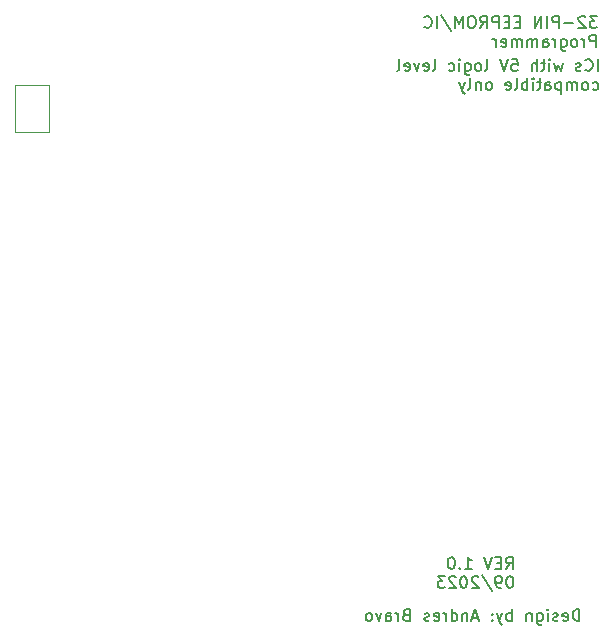
<source format=gbo>
G04 #@! TF.GenerationSoftware,KiCad,Pcbnew,7.0.7*
G04 #@! TF.CreationDate,2023-09-26T12:20:41-04:00*
G04 #@! TF.ProjectId,programmer,70726f67-7261-46d6-9d65-722e6b696361,rev?*
G04 #@! TF.SameCoordinates,Original*
G04 #@! TF.FileFunction,Legend,Bot*
G04 #@! TF.FilePolarity,Positive*
%FSLAX46Y46*%
G04 Gerber Fmt 4.6, Leading zero omitted, Abs format (unit mm)*
G04 Created by KiCad (PCBNEW 7.0.7) date 2023-09-26 12:20:41*
%MOMM*%
%LPD*%
G01*
G04 APERTURE LIST*
%ADD10C,0.150000*%
%ADD11C,0.100000*%
%ADD12C,0.900000*%
%ADD13C,0.600000*%
%ADD14O,1.000000X1.700000*%
%ADD15O,0.850000X1.700000*%
%ADD16C,0.800000*%
%ADD17C,6.400000*%
%ADD18R,1.700000X1.700000*%
%ADD19O,1.700000X1.700000*%
%ADD20R,2.000000X1.440000*%
%ADD21O,2.000000X1.440000*%
G04 APERTURE END LIST*
D10*
X170313220Y-127969819D02*
X170313220Y-126969819D01*
X170313220Y-126969819D02*
X170075125Y-126969819D01*
X170075125Y-126969819D02*
X169932268Y-127017438D01*
X169932268Y-127017438D02*
X169837030Y-127112676D01*
X169837030Y-127112676D02*
X169789411Y-127207914D01*
X169789411Y-127207914D02*
X169741792Y-127398390D01*
X169741792Y-127398390D02*
X169741792Y-127541247D01*
X169741792Y-127541247D02*
X169789411Y-127731723D01*
X169789411Y-127731723D02*
X169837030Y-127826961D01*
X169837030Y-127826961D02*
X169932268Y-127922200D01*
X169932268Y-127922200D02*
X170075125Y-127969819D01*
X170075125Y-127969819D02*
X170313220Y-127969819D01*
X168932268Y-127922200D02*
X169027506Y-127969819D01*
X169027506Y-127969819D02*
X169217982Y-127969819D01*
X169217982Y-127969819D02*
X169313220Y-127922200D01*
X169313220Y-127922200D02*
X169360839Y-127826961D01*
X169360839Y-127826961D02*
X169360839Y-127446009D01*
X169360839Y-127446009D02*
X169313220Y-127350771D01*
X169313220Y-127350771D02*
X169217982Y-127303152D01*
X169217982Y-127303152D02*
X169027506Y-127303152D01*
X169027506Y-127303152D02*
X168932268Y-127350771D01*
X168932268Y-127350771D02*
X168884649Y-127446009D01*
X168884649Y-127446009D02*
X168884649Y-127541247D01*
X168884649Y-127541247D02*
X169360839Y-127636485D01*
X168503696Y-127922200D02*
X168408458Y-127969819D01*
X168408458Y-127969819D02*
X168217982Y-127969819D01*
X168217982Y-127969819D02*
X168122744Y-127922200D01*
X168122744Y-127922200D02*
X168075125Y-127826961D01*
X168075125Y-127826961D02*
X168075125Y-127779342D01*
X168075125Y-127779342D02*
X168122744Y-127684104D01*
X168122744Y-127684104D02*
X168217982Y-127636485D01*
X168217982Y-127636485D02*
X168360839Y-127636485D01*
X168360839Y-127636485D02*
X168456077Y-127588866D01*
X168456077Y-127588866D02*
X168503696Y-127493628D01*
X168503696Y-127493628D02*
X168503696Y-127446009D01*
X168503696Y-127446009D02*
X168456077Y-127350771D01*
X168456077Y-127350771D02*
X168360839Y-127303152D01*
X168360839Y-127303152D02*
X168217982Y-127303152D01*
X168217982Y-127303152D02*
X168122744Y-127350771D01*
X167646553Y-127969819D02*
X167646553Y-127303152D01*
X167646553Y-126969819D02*
X167694172Y-127017438D01*
X167694172Y-127017438D02*
X167646553Y-127065057D01*
X167646553Y-127065057D02*
X167598934Y-127017438D01*
X167598934Y-127017438D02*
X167646553Y-126969819D01*
X167646553Y-126969819D02*
X167646553Y-127065057D01*
X166741792Y-127303152D02*
X166741792Y-128112676D01*
X166741792Y-128112676D02*
X166789411Y-128207914D01*
X166789411Y-128207914D02*
X166837030Y-128255533D01*
X166837030Y-128255533D02*
X166932268Y-128303152D01*
X166932268Y-128303152D02*
X167075125Y-128303152D01*
X167075125Y-128303152D02*
X167170363Y-128255533D01*
X166741792Y-127922200D02*
X166837030Y-127969819D01*
X166837030Y-127969819D02*
X167027506Y-127969819D01*
X167027506Y-127969819D02*
X167122744Y-127922200D01*
X167122744Y-127922200D02*
X167170363Y-127874580D01*
X167170363Y-127874580D02*
X167217982Y-127779342D01*
X167217982Y-127779342D02*
X167217982Y-127493628D01*
X167217982Y-127493628D02*
X167170363Y-127398390D01*
X167170363Y-127398390D02*
X167122744Y-127350771D01*
X167122744Y-127350771D02*
X167027506Y-127303152D01*
X167027506Y-127303152D02*
X166837030Y-127303152D01*
X166837030Y-127303152D02*
X166741792Y-127350771D01*
X166265601Y-127303152D02*
X166265601Y-127969819D01*
X166265601Y-127398390D02*
X166217982Y-127350771D01*
X166217982Y-127350771D02*
X166122744Y-127303152D01*
X166122744Y-127303152D02*
X165979887Y-127303152D01*
X165979887Y-127303152D02*
X165884649Y-127350771D01*
X165884649Y-127350771D02*
X165837030Y-127446009D01*
X165837030Y-127446009D02*
X165837030Y-127969819D01*
X164598934Y-127969819D02*
X164598934Y-126969819D01*
X164598934Y-127350771D02*
X164503696Y-127303152D01*
X164503696Y-127303152D02*
X164313220Y-127303152D01*
X164313220Y-127303152D02*
X164217982Y-127350771D01*
X164217982Y-127350771D02*
X164170363Y-127398390D01*
X164170363Y-127398390D02*
X164122744Y-127493628D01*
X164122744Y-127493628D02*
X164122744Y-127779342D01*
X164122744Y-127779342D02*
X164170363Y-127874580D01*
X164170363Y-127874580D02*
X164217982Y-127922200D01*
X164217982Y-127922200D02*
X164313220Y-127969819D01*
X164313220Y-127969819D02*
X164503696Y-127969819D01*
X164503696Y-127969819D02*
X164598934Y-127922200D01*
X163789410Y-127303152D02*
X163551315Y-127969819D01*
X163313220Y-127303152D02*
X163551315Y-127969819D01*
X163551315Y-127969819D02*
X163646553Y-128207914D01*
X163646553Y-128207914D02*
X163694172Y-128255533D01*
X163694172Y-128255533D02*
X163789410Y-128303152D01*
X162932267Y-127874580D02*
X162884648Y-127922200D01*
X162884648Y-127922200D02*
X162932267Y-127969819D01*
X162932267Y-127969819D02*
X162979886Y-127922200D01*
X162979886Y-127922200D02*
X162932267Y-127874580D01*
X162932267Y-127874580D02*
X162932267Y-127969819D01*
X162932267Y-127350771D02*
X162884648Y-127398390D01*
X162884648Y-127398390D02*
X162932267Y-127446009D01*
X162932267Y-127446009D02*
X162979886Y-127398390D01*
X162979886Y-127398390D02*
X162932267Y-127350771D01*
X162932267Y-127350771D02*
X162932267Y-127446009D01*
X161741791Y-127684104D02*
X161265601Y-127684104D01*
X161837029Y-127969819D02*
X161503696Y-126969819D01*
X161503696Y-126969819D02*
X161170363Y-127969819D01*
X160837029Y-127303152D02*
X160837029Y-127969819D01*
X160837029Y-127398390D02*
X160789410Y-127350771D01*
X160789410Y-127350771D02*
X160694172Y-127303152D01*
X160694172Y-127303152D02*
X160551315Y-127303152D01*
X160551315Y-127303152D02*
X160456077Y-127350771D01*
X160456077Y-127350771D02*
X160408458Y-127446009D01*
X160408458Y-127446009D02*
X160408458Y-127969819D01*
X159503696Y-127969819D02*
X159503696Y-126969819D01*
X159503696Y-127922200D02*
X159598934Y-127969819D01*
X159598934Y-127969819D02*
X159789410Y-127969819D01*
X159789410Y-127969819D02*
X159884648Y-127922200D01*
X159884648Y-127922200D02*
X159932267Y-127874580D01*
X159932267Y-127874580D02*
X159979886Y-127779342D01*
X159979886Y-127779342D02*
X159979886Y-127493628D01*
X159979886Y-127493628D02*
X159932267Y-127398390D01*
X159932267Y-127398390D02*
X159884648Y-127350771D01*
X159884648Y-127350771D02*
X159789410Y-127303152D01*
X159789410Y-127303152D02*
X159598934Y-127303152D01*
X159598934Y-127303152D02*
X159503696Y-127350771D01*
X159027505Y-127969819D02*
X159027505Y-127303152D01*
X159027505Y-127493628D02*
X158979886Y-127398390D01*
X158979886Y-127398390D02*
X158932267Y-127350771D01*
X158932267Y-127350771D02*
X158837029Y-127303152D01*
X158837029Y-127303152D02*
X158741791Y-127303152D01*
X158027505Y-127922200D02*
X158122743Y-127969819D01*
X158122743Y-127969819D02*
X158313219Y-127969819D01*
X158313219Y-127969819D02*
X158408457Y-127922200D01*
X158408457Y-127922200D02*
X158456076Y-127826961D01*
X158456076Y-127826961D02*
X158456076Y-127446009D01*
X158456076Y-127446009D02*
X158408457Y-127350771D01*
X158408457Y-127350771D02*
X158313219Y-127303152D01*
X158313219Y-127303152D02*
X158122743Y-127303152D01*
X158122743Y-127303152D02*
X158027505Y-127350771D01*
X158027505Y-127350771D02*
X157979886Y-127446009D01*
X157979886Y-127446009D02*
X157979886Y-127541247D01*
X157979886Y-127541247D02*
X158456076Y-127636485D01*
X157598933Y-127922200D02*
X157503695Y-127969819D01*
X157503695Y-127969819D02*
X157313219Y-127969819D01*
X157313219Y-127969819D02*
X157217981Y-127922200D01*
X157217981Y-127922200D02*
X157170362Y-127826961D01*
X157170362Y-127826961D02*
X157170362Y-127779342D01*
X157170362Y-127779342D02*
X157217981Y-127684104D01*
X157217981Y-127684104D02*
X157313219Y-127636485D01*
X157313219Y-127636485D02*
X157456076Y-127636485D01*
X157456076Y-127636485D02*
X157551314Y-127588866D01*
X157551314Y-127588866D02*
X157598933Y-127493628D01*
X157598933Y-127493628D02*
X157598933Y-127446009D01*
X157598933Y-127446009D02*
X157551314Y-127350771D01*
X157551314Y-127350771D02*
X157456076Y-127303152D01*
X157456076Y-127303152D02*
X157313219Y-127303152D01*
X157313219Y-127303152D02*
X157217981Y-127350771D01*
X155646552Y-127446009D02*
X155503695Y-127493628D01*
X155503695Y-127493628D02*
X155456076Y-127541247D01*
X155456076Y-127541247D02*
X155408457Y-127636485D01*
X155408457Y-127636485D02*
X155408457Y-127779342D01*
X155408457Y-127779342D02*
X155456076Y-127874580D01*
X155456076Y-127874580D02*
X155503695Y-127922200D01*
X155503695Y-127922200D02*
X155598933Y-127969819D01*
X155598933Y-127969819D02*
X155979885Y-127969819D01*
X155979885Y-127969819D02*
X155979885Y-126969819D01*
X155979885Y-126969819D02*
X155646552Y-126969819D01*
X155646552Y-126969819D02*
X155551314Y-127017438D01*
X155551314Y-127017438D02*
X155503695Y-127065057D01*
X155503695Y-127065057D02*
X155456076Y-127160295D01*
X155456076Y-127160295D02*
X155456076Y-127255533D01*
X155456076Y-127255533D02*
X155503695Y-127350771D01*
X155503695Y-127350771D02*
X155551314Y-127398390D01*
X155551314Y-127398390D02*
X155646552Y-127446009D01*
X155646552Y-127446009D02*
X155979885Y-127446009D01*
X154979885Y-127969819D02*
X154979885Y-127303152D01*
X154979885Y-127493628D02*
X154932266Y-127398390D01*
X154932266Y-127398390D02*
X154884647Y-127350771D01*
X154884647Y-127350771D02*
X154789409Y-127303152D01*
X154789409Y-127303152D02*
X154694171Y-127303152D01*
X153932266Y-127969819D02*
X153932266Y-127446009D01*
X153932266Y-127446009D02*
X153979885Y-127350771D01*
X153979885Y-127350771D02*
X154075123Y-127303152D01*
X154075123Y-127303152D02*
X154265599Y-127303152D01*
X154265599Y-127303152D02*
X154360837Y-127350771D01*
X153932266Y-127922200D02*
X154027504Y-127969819D01*
X154027504Y-127969819D02*
X154265599Y-127969819D01*
X154265599Y-127969819D02*
X154360837Y-127922200D01*
X154360837Y-127922200D02*
X154408456Y-127826961D01*
X154408456Y-127826961D02*
X154408456Y-127731723D01*
X154408456Y-127731723D02*
X154360837Y-127636485D01*
X154360837Y-127636485D02*
X154265599Y-127588866D01*
X154265599Y-127588866D02*
X154027504Y-127588866D01*
X154027504Y-127588866D02*
X153932266Y-127541247D01*
X153551313Y-127303152D02*
X153313218Y-127969819D01*
X153313218Y-127969819D02*
X153075123Y-127303152D01*
X152551313Y-127969819D02*
X152646551Y-127922200D01*
X152646551Y-127922200D02*
X152694170Y-127874580D01*
X152694170Y-127874580D02*
X152741789Y-127779342D01*
X152741789Y-127779342D02*
X152741789Y-127493628D01*
X152741789Y-127493628D02*
X152694170Y-127398390D01*
X152694170Y-127398390D02*
X152646551Y-127350771D01*
X152646551Y-127350771D02*
X152551313Y-127303152D01*
X152551313Y-127303152D02*
X152408456Y-127303152D01*
X152408456Y-127303152D02*
X152313218Y-127350771D01*
X152313218Y-127350771D02*
X152265599Y-127398390D01*
X152265599Y-127398390D02*
X152217980Y-127493628D01*
X152217980Y-127493628D02*
X152217980Y-127779342D01*
X152217980Y-127779342D02*
X152265599Y-127874580D01*
X152265599Y-127874580D02*
X152313218Y-127922200D01*
X152313218Y-127922200D02*
X152408456Y-127969819D01*
X152408456Y-127969819D02*
X152551313Y-127969819D01*
X164091792Y-123559819D02*
X164425125Y-123083628D01*
X164663220Y-123559819D02*
X164663220Y-122559819D01*
X164663220Y-122559819D02*
X164282268Y-122559819D01*
X164282268Y-122559819D02*
X164187030Y-122607438D01*
X164187030Y-122607438D02*
X164139411Y-122655057D01*
X164139411Y-122655057D02*
X164091792Y-122750295D01*
X164091792Y-122750295D02*
X164091792Y-122893152D01*
X164091792Y-122893152D02*
X164139411Y-122988390D01*
X164139411Y-122988390D02*
X164187030Y-123036009D01*
X164187030Y-123036009D02*
X164282268Y-123083628D01*
X164282268Y-123083628D02*
X164663220Y-123083628D01*
X163663220Y-123036009D02*
X163329887Y-123036009D01*
X163187030Y-123559819D02*
X163663220Y-123559819D01*
X163663220Y-123559819D02*
X163663220Y-122559819D01*
X163663220Y-122559819D02*
X163187030Y-122559819D01*
X162901315Y-122559819D02*
X162567982Y-123559819D01*
X162567982Y-123559819D02*
X162234649Y-122559819D01*
X160615601Y-123559819D02*
X161187029Y-123559819D01*
X160901315Y-123559819D02*
X160901315Y-122559819D01*
X160901315Y-122559819D02*
X160996553Y-122702676D01*
X160996553Y-122702676D02*
X161091791Y-122797914D01*
X161091791Y-122797914D02*
X161187029Y-122845533D01*
X160187029Y-123464580D02*
X160139410Y-123512200D01*
X160139410Y-123512200D02*
X160187029Y-123559819D01*
X160187029Y-123559819D02*
X160234648Y-123512200D01*
X160234648Y-123512200D02*
X160187029Y-123464580D01*
X160187029Y-123464580D02*
X160187029Y-123559819D01*
X159520363Y-122559819D02*
X159425125Y-122559819D01*
X159425125Y-122559819D02*
X159329887Y-122607438D01*
X159329887Y-122607438D02*
X159282268Y-122655057D01*
X159282268Y-122655057D02*
X159234649Y-122750295D01*
X159234649Y-122750295D02*
X159187030Y-122940771D01*
X159187030Y-122940771D02*
X159187030Y-123178866D01*
X159187030Y-123178866D02*
X159234649Y-123369342D01*
X159234649Y-123369342D02*
X159282268Y-123464580D01*
X159282268Y-123464580D02*
X159329887Y-123512200D01*
X159329887Y-123512200D02*
X159425125Y-123559819D01*
X159425125Y-123559819D02*
X159520363Y-123559819D01*
X159520363Y-123559819D02*
X159615601Y-123512200D01*
X159615601Y-123512200D02*
X159663220Y-123464580D01*
X159663220Y-123464580D02*
X159710839Y-123369342D01*
X159710839Y-123369342D02*
X159758458Y-123178866D01*
X159758458Y-123178866D02*
X159758458Y-122940771D01*
X159758458Y-122940771D02*
X159710839Y-122750295D01*
X159710839Y-122750295D02*
X159663220Y-122655057D01*
X159663220Y-122655057D02*
X159615601Y-122607438D01*
X159615601Y-122607438D02*
X159520363Y-122559819D01*
X164472744Y-124169819D02*
X164377506Y-124169819D01*
X164377506Y-124169819D02*
X164282268Y-124217438D01*
X164282268Y-124217438D02*
X164234649Y-124265057D01*
X164234649Y-124265057D02*
X164187030Y-124360295D01*
X164187030Y-124360295D02*
X164139411Y-124550771D01*
X164139411Y-124550771D02*
X164139411Y-124788866D01*
X164139411Y-124788866D02*
X164187030Y-124979342D01*
X164187030Y-124979342D02*
X164234649Y-125074580D01*
X164234649Y-125074580D02*
X164282268Y-125122200D01*
X164282268Y-125122200D02*
X164377506Y-125169819D01*
X164377506Y-125169819D02*
X164472744Y-125169819D01*
X164472744Y-125169819D02*
X164567982Y-125122200D01*
X164567982Y-125122200D02*
X164615601Y-125074580D01*
X164615601Y-125074580D02*
X164663220Y-124979342D01*
X164663220Y-124979342D02*
X164710839Y-124788866D01*
X164710839Y-124788866D02*
X164710839Y-124550771D01*
X164710839Y-124550771D02*
X164663220Y-124360295D01*
X164663220Y-124360295D02*
X164615601Y-124265057D01*
X164615601Y-124265057D02*
X164567982Y-124217438D01*
X164567982Y-124217438D02*
X164472744Y-124169819D01*
X163663220Y-125169819D02*
X163472744Y-125169819D01*
X163472744Y-125169819D02*
X163377506Y-125122200D01*
X163377506Y-125122200D02*
X163329887Y-125074580D01*
X163329887Y-125074580D02*
X163234649Y-124931723D01*
X163234649Y-124931723D02*
X163187030Y-124741247D01*
X163187030Y-124741247D02*
X163187030Y-124360295D01*
X163187030Y-124360295D02*
X163234649Y-124265057D01*
X163234649Y-124265057D02*
X163282268Y-124217438D01*
X163282268Y-124217438D02*
X163377506Y-124169819D01*
X163377506Y-124169819D02*
X163567982Y-124169819D01*
X163567982Y-124169819D02*
X163663220Y-124217438D01*
X163663220Y-124217438D02*
X163710839Y-124265057D01*
X163710839Y-124265057D02*
X163758458Y-124360295D01*
X163758458Y-124360295D02*
X163758458Y-124598390D01*
X163758458Y-124598390D02*
X163710839Y-124693628D01*
X163710839Y-124693628D02*
X163663220Y-124741247D01*
X163663220Y-124741247D02*
X163567982Y-124788866D01*
X163567982Y-124788866D02*
X163377506Y-124788866D01*
X163377506Y-124788866D02*
X163282268Y-124741247D01*
X163282268Y-124741247D02*
X163234649Y-124693628D01*
X163234649Y-124693628D02*
X163187030Y-124598390D01*
X162044173Y-124122200D02*
X162901315Y-125407914D01*
X161758458Y-124265057D02*
X161710839Y-124217438D01*
X161710839Y-124217438D02*
X161615601Y-124169819D01*
X161615601Y-124169819D02*
X161377506Y-124169819D01*
X161377506Y-124169819D02*
X161282268Y-124217438D01*
X161282268Y-124217438D02*
X161234649Y-124265057D01*
X161234649Y-124265057D02*
X161187030Y-124360295D01*
X161187030Y-124360295D02*
X161187030Y-124455533D01*
X161187030Y-124455533D02*
X161234649Y-124598390D01*
X161234649Y-124598390D02*
X161806077Y-125169819D01*
X161806077Y-125169819D02*
X161187030Y-125169819D01*
X160567982Y-124169819D02*
X160472744Y-124169819D01*
X160472744Y-124169819D02*
X160377506Y-124217438D01*
X160377506Y-124217438D02*
X160329887Y-124265057D01*
X160329887Y-124265057D02*
X160282268Y-124360295D01*
X160282268Y-124360295D02*
X160234649Y-124550771D01*
X160234649Y-124550771D02*
X160234649Y-124788866D01*
X160234649Y-124788866D02*
X160282268Y-124979342D01*
X160282268Y-124979342D02*
X160329887Y-125074580D01*
X160329887Y-125074580D02*
X160377506Y-125122200D01*
X160377506Y-125122200D02*
X160472744Y-125169819D01*
X160472744Y-125169819D02*
X160567982Y-125169819D01*
X160567982Y-125169819D02*
X160663220Y-125122200D01*
X160663220Y-125122200D02*
X160710839Y-125074580D01*
X160710839Y-125074580D02*
X160758458Y-124979342D01*
X160758458Y-124979342D02*
X160806077Y-124788866D01*
X160806077Y-124788866D02*
X160806077Y-124550771D01*
X160806077Y-124550771D02*
X160758458Y-124360295D01*
X160758458Y-124360295D02*
X160710839Y-124265057D01*
X160710839Y-124265057D02*
X160663220Y-124217438D01*
X160663220Y-124217438D02*
X160567982Y-124169819D01*
X159853696Y-124265057D02*
X159806077Y-124217438D01*
X159806077Y-124217438D02*
X159710839Y-124169819D01*
X159710839Y-124169819D02*
X159472744Y-124169819D01*
X159472744Y-124169819D02*
X159377506Y-124217438D01*
X159377506Y-124217438D02*
X159329887Y-124265057D01*
X159329887Y-124265057D02*
X159282268Y-124360295D01*
X159282268Y-124360295D02*
X159282268Y-124455533D01*
X159282268Y-124455533D02*
X159329887Y-124598390D01*
X159329887Y-124598390D02*
X159901315Y-125169819D01*
X159901315Y-125169819D02*
X159282268Y-125169819D01*
X158948934Y-124169819D02*
X158329887Y-124169819D01*
X158329887Y-124169819D02*
X158663220Y-124550771D01*
X158663220Y-124550771D02*
X158520363Y-124550771D01*
X158520363Y-124550771D02*
X158425125Y-124598390D01*
X158425125Y-124598390D02*
X158377506Y-124646009D01*
X158377506Y-124646009D02*
X158329887Y-124741247D01*
X158329887Y-124741247D02*
X158329887Y-124979342D01*
X158329887Y-124979342D02*
X158377506Y-125074580D01*
X158377506Y-125074580D02*
X158425125Y-125122200D01*
X158425125Y-125122200D02*
X158520363Y-125169819D01*
X158520363Y-125169819D02*
X158806077Y-125169819D01*
X158806077Y-125169819D02*
X158901315Y-125122200D01*
X158901315Y-125122200D02*
X158948934Y-125074580D01*
X171863220Y-81409819D02*
X171863220Y-80409819D01*
X170815602Y-81314580D02*
X170863221Y-81362200D01*
X170863221Y-81362200D02*
X171006078Y-81409819D01*
X171006078Y-81409819D02*
X171101316Y-81409819D01*
X171101316Y-81409819D02*
X171244173Y-81362200D01*
X171244173Y-81362200D02*
X171339411Y-81266961D01*
X171339411Y-81266961D02*
X171387030Y-81171723D01*
X171387030Y-81171723D02*
X171434649Y-80981247D01*
X171434649Y-80981247D02*
X171434649Y-80838390D01*
X171434649Y-80838390D02*
X171387030Y-80647914D01*
X171387030Y-80647914D02*
X171339411Y-80552676D01*
X171339411Y-80552676D02*
X171244173Y-80457438D01*
X171244173Y-80457438D02*
X171101316Y-80409819D01*
X171101316Y-80409819D02*
X171006078Y-80409819D01*
X171006078Y-80409819D02*
X170863221Y-80457438D01*
X170863221Y-80457438D02*
X170815602Y-80505057D01*
X170434649Y-81362200D02*
X170339411Y-81409819D01*
X170339411Y-81409819D02*
X170148935Y-81409819D01*
X170148935Y-81409819D02*
X170053697Y-81362200D01*
X170053697Y-81362200D02*
X170006078Y-81266961D01*
X170006078Y-81266961D02*
X170006078Y-81219342D01*
X170006078Y-81219342D02*
X170053697Y-81124104D01*
X170053697Y-81124104D02*
X170148935Y-81076485D01*
X170148935Y-81076485D02*
X170291792Y-81076485D01*
X170291792Y-81076485D02*
X170387030Y-81028866D01*
X170387030Y-81028866D02*
X170434649Y-80933628D01*
X170434649Y-80933628D02*
X170434649Y-80886009D01*
X170434649Y-80886009D02*
X170387030Y-80790771D01*
X170387030Y-80790771D02*
X170291792Y-80743152D01*
X170291792Y-80743152D02*
X170148935Y-80743152D01*
X170148935Y-80743152D02*
X170053697Y-80790771D01*
X168910839Y-80743152D02*
X168720363Y-81409819D01*
X168720363Y-81409819D02*
X168529887Y-80933628D01*
X168529887Y-80933628D02*
X168339411Y-81409819D01*
X168339411Y-81409819D02*
X168148935Y-80743152D01*
X167767982Y-81409819D02*
X167767982Y-80743152D01*
X167767982Y-80409819D02*
X167815601Y-80457438D01*
X167815601Y-80457438D02*
X167767982Y-80505057D01*
X167767982Y-80505057D02*
X167720363Y-80457438D01*
X167720363Y-80457438D02*
X167767982Y-80409819D01*
X167767982Y-80409819D02*
X167767982Y-80505057D01*
X167434649Y-80743152D02*
X167053697Y-80743152D01*
X167291792Y-80409819D02*
X167291792Y-81266961D01*
X167291792Y-81266961D02*
X167244173Y-81362200D01*
X167244173Y-81362200D02*
X167148935Y-81409819D01*
X167148935Y-81409819D02*
X167053697Y-81409819D01*
X166720363Y-81409819D02*
X166720363Y-80409819D01*
X166291792Y-81409819D02*
X166291792Y-80886009D01*
X166291792Y-80886009D02*
X166339411Y-80790771D01*
X166339411Y-80790771D02*
X166434649Y-80743152D01*
X166434649Y-80743152D02*
X166577506Y-80743152D01*
X166577506Y-80743152D02*
X166672744Y-80790771D01*
X166672744Y-80790771D02*
X166720363Y-80838390D01*
X164577506Y-80409819D02*
X165053696Y-80409819D01*
X165053696Y-80409819D02*
X165101315Y-80886009D01*
X165101315Y-80886009D02*
X165053696Y-80838390D01*
X165053696Y-80838390D02*
X164958458Y-80790771D01*
X164958458Y-80790771D02*
X164720363Y-80790771D01*
X164720363Y-80790771D02*
X164625125Y-80838390D01*
X164625125Y-80838390D02*
X164577506Y-80886009D01*
X164577506Y-80886009D02*
X164529887Y-80981247D01*
X164529887Y-80981247D02*
X164529887Y-81219342D01*
X164529887Y-81219342D02*
X164577506Y-81314580D01*
X164577506Y-81314580D02*
X164625125Y-81362200D01*
X164625125Y-81362200D02*
X164720363Y-81409819D01*
X164720363Y-81409819D02*
X164958458Y-81409819D01*
X164958458Y-81409819D02*
X165053696Y-81362200D01*
X165053696Y-81362200D02*
X165101315Y-81314580D01*
X164244172Y-80409819D02*
X163910839Y-81409819D01*
X163910839Y-81409819D02*
X163577506Y-80409819D01*
X162339410Y-81409819D02*
X162434648Y-81362200D01*
X162434648Y-81362200D02*
X162482267Y-81266961D01*
X162482267Y-81266961D02*
X162482267Y-80409819D01*
X161815600Y-81409819D02*
X161910838Y-81362200D01*
X161910838Y-81362200D02*
X161958457Y-81314580D01*
X161958457Y-81314580D02*
X162006076Y-81219342D01*
X162006076Y-81219342D02*
X162006076Y-80933628D01*
X162006076Y-80933628D02*
X161958457Y-80838390D01*
X161958457Y-80838390D02*
X161910838Y-80790771D01*
X161910838Y-80790771D02*
X161815600Y-80743152D01*
X161815600Y-80743152D02*
X161672743Y-80743152D01*
X161672743Y-80743152D02*
X161577505Y-80790771D01*
X161577505Y-80790771D02*
X161529886Y-80838390D01*
X161529886Y-80838390D02*
X161482267Y-80933628D01*
X161482267Y-80933628D02*
X161482267Y-81219342D01*
X161482267Y-81219342D02*
X161529886Y-81314580D01*
X161529886Y-81314580D02*
X161577505Y-81362200D01*
X161577505Y-81362200D02*
X161672743Y-81409819D01*
X161672743Y-81409819D02*
X161815600Y-81409819D01*
X160625124Y-80743152D02*
X160625124Y-81552676D01*
X160625124Y-81552676D02*
X160672743Y-81647914D01*
X160672743Y-81647914D02*
X160720362Y-81695533D01*
X160720362Y-81695533D02*
X160815600Y-81743152D01*
X160815600Y-81743152D02*
X160958457Y-81743152D01*
X160958457Y-81743152D02*
X161053695Y-81695533D01*
X160625124Y-81362200D02*
X160720362Y-81409819D01*
X160720362Y-81409819D02*
X160910838Y-81409819D01*
X160910838Y-81409819D02*
X161006076Y-81362200D01*
X161006076Y-81362200D02*
X161053695Y-81314580D01*
X161053695Y-81314580D02*
X161101314Y-81219342D01*
X161101314Y-81219342D02*
X161101314Y-80933628D01*
X161101314Y-80933628D02*
X161053695Y-80838390D01*
X161053695Y-80838390D02*
X161006076Y-80790771D01*
X161006076Y-80790771D02*
X160910838Y-80743152D01*
X160910838Y-80743152D02*
X160720362Y-80743152D01*
X160720362Y-80743152D02*
X160625124Y-80790771D01*
X160148933Y-81409819D02*
X160148933Y-80743152D01*
X160148933Y-80409819D02*
X160196552Y-80457438D01*
X160196552Y-80457438D02*
X160148933Y-80505057D01*
X160148933Y-80505057D02*
X160101314Y-80457438D01*
X160101314Y-80457438D02*
X160148933Y-80409819D01*
X160148933Y-80409819D02*
X160148933Y-80505057D01*
X159244172Y-81362200D02*
X159339410Y-81409819D01*
X159339410Y-81409819D02*
X159529886Y-81409819D01*
X159529886Y-81409819D02*
X159625124Y-81362200D01*
X159625124Y-81362200D02*
X159672743Y-81314580D01*
X159672743Y-81314580D02*
X159720362Y-81219342D01*
X159720362Y-81219342D02*
X159720362Y-80933628D01*
X159720362Y-80933628D02*
X159672743Y-80838390D01*
X159672743Y-80838390D02*
X159625124Y-80790771D01*
X159625124Y-80790771D02*
X159529886Y-80743152D01*
X159529886Y-80743152D02*
X159339410Y-80743152D01*
X159339410Y-80743152D02*
X159244172Y-80790771D01*
X157910838Y-81409819D02*
X158006076Y-81362200D01*
X158006076Y-81362200D02*
X158053695Y-81266961D01*
X158053695Y-81266961D02*
X158053695Y-80409819D01*
X157148933Y-81362200D02*
X157244171Y-81409819D01*
X157244171Y-81409819D02*
X157434647Y-81409819D01*
X157434647Y-81409819D02*
X157529885Y-81362200D01*
X157529885Y-81362200D02*
X157577504Y-81266961D01*
X157577504Y-81266961D02*
X157577504Y-80886009D01*
X157577504Y-80886009D02*
X157529885Y-80790771D01*
X157529885Y-80790771D02*
X157434647Y-80743152D01*
X157434647Y-80743152D02*
X157244171Y-80743152D01*
X157244171Y-80743152D02*
X157148933Y-80790771D01*
X157148933Y-80790771D02*
X157101314Y-80886009D01*
X157101314Y-80886009D02*
X157101314Y-80981247D01*
X157101314Y-80981247D02*
X157577504Y-81076485D01*
X156767980Y-80743152D02*
X156529885Y-81409819D01*
X156529885Y-81409819D02*
X156291790Y-80743152D01*
X155529885Y-81362200D02*
X155625123Y-81409819D01*
X155625123Y-81409819D02*
X155815599Y-81409819D01*
X155815599Y-81409819D02*
X155910837Y-81362200D01*
X155910837Y-81362200D02*
X155958456Y-81266961D01*
X155958456Y-81266961D02*
X155958456Y-80886009D01*
X155958456Y-80886009D02*
X155910837Y-80790771D01*
X155910837Y-80790771D02*
X155815599Y-80743152D01*
X155815599Y-80743152D02*
X155625123Y-80743152D01*
X155625123Y-80743152D02*
X155529885Y-80790771D01*
X155529885Y-80790771D02*
X155482266Y-80886009D01*
X155482266Y-80886009D02*
X155482266Y-80981247D01*
X155482266Y-80981247D02*
X155958456Y-81076485D01*
X154910837Y-81409819D02*
X155006075Y-81362200D01*
X155006075Y-81362200D02*
X155053694Y-81266961D01*
X155053694Y-81266961D02*
X155053694Y-80409819D01*
X171434649Y-82972200D02*
X171529887Y-83019819D01*
X171529887Y-83019819D02*
X171720363Y-83019819D01*
X171720363Y-83019819D02*
X171815601Y-82972200D01*
X171815601Y-82972200D02*
X171863220Y-82924580D01*
X171863220Y-82924580D02*
X171910839Y-82829342D01*
X171910839Y-82829342D02*
X171910839Y-82543628D01*
X171910839Y-82543628D02*
X171863220Y-82448390D01*
X171863220Y-82448390D02*
X171815601Y-82400771D01*
X171815601Y-82400771D02*
X171720363Y-82353152D01*
X171720363Y-82353152D02*
X171529887Y-82353152D01*
X171529887Y-82353152D02*
X171434649Y-82400771D01*
X170863220Y-83019819D02*
X170958458Y-82972200D01*
X170958458Y-82972200D02*
X171006077Y-82924580D01*
X171006077Y-82924580D02*
X171053696Y-82829342D01*
X171053696Y-82829342D02*
X171053696Y-82543628D01*
X171053696Y-82543628D02*
X171006077Y-82448390D01*
X171006077Y-82448390D02*
X170958458Y-82400771D01*
X170958458Y-82400771D02*
X170863220Y-82353152D01*
X170863220Y-82353152D02*
X170720363Y-82353152D01*
X170720363Y-82353152D02*
X170625125Y-82400771D01*
X170625125Y-82400771D02*
X170577506Y-82448390D01*
X170577506Y-82448390D02*
X170529887Y-82543628D01*
X170529887Y-82543628D02*
X170529887Y-82829342D01*
X170529887Y-82829342D02*
X170577506Y-82924580D01*
X170577506Y-82924580D02*
X170625125Y-82972200D01*
X170625125Y-82972200D02*
X170720363Y-83019819D01*
X170720363Y-83019819D02*
X170863220Y-83019819D01*
X170101315Y-83019819D02*
X170101315Y-82353152D01*
X170101315Y-82448390D02*
X170053696Y-82400771D01*
X170053696Y-82400771D02*
X169958458Y-82353152D01*
X169958458Y-82353152D02*
X169815601Y-82353152D01*
X169815601Y-82353152D02*
X169720363Y-82400771D01*
X169720363Y-82400771D02*
X169672744Y-82496009D01*
X169672744Y-82496009D02*
X169672744Y-83019819D01*
X169672744Y-82496009D02*
X169625125Y-82400771D01*
X169625125Y-82400771D02*
X169529887Y-82353152D01*
X169529887Y-82353152D02*
X169387030Y-82353152D01*
X169387030Y-82353152D02*
X169291791Y-82400771D01*
X169291791Y-82400771D02*
X169244172Y-82496009D01*
X169244172Y-82496009D02*
X169244172Y-83019819D01*
X168767982Y-82353152D02*
X168767982Y-83353152D01*
X168767982Y-82400771D02*
X168672744Y-82353152D01*
X168672744Y-82353152D02*
X168482268Y-82353152D01*
X168482268Y-82353152D02*
X168387030Y-82400771D01*
X168387030Y-82400771D02*
X168339411Y-82448390D01*
X168339411Y-82448390D02*
X168291792Y-82543628D01*
X168291792Y-82543628D02*
X168291792Y-82829342D01*
X168291792Y-82829342D02*
X168339411Y-82924580D01*
X168339411Y-82924580D02*
X168387030Y-82972200D01*
X168387030Y-82972200D02*
X168482268Y-83019819D01*
X168482268Y-83019819D02*
X168672744Y-83019819D01*
X168672744Y-83019819D02*
X168767982Y-82972200D01*
X167434649Y-83019819D02*
X167434649Y-82496009D01*
X167434649Y-82496009D02*
X167482268Y-82400771D01*
X167482268Y-82400771D02*
X167577506Y-82353152D01*
X167577506Y-82353152D02*
X167767982Y-82353152D01*
X167767982Y-82353152D02*
X167863220Y-82400771D01*
X167434649Y-82972200D02*
X167529887Y-83019819D01*
X167529887Y-83019819D02*
X167767982Y-83019819D01*
X167767982Y-83019819D02*
X167863220Y-82972200D01*
X167863220Y-82972200D02*
X167910839Y-82876961D01*
X167910839Y-82876961D02*
X167910839Y-82781723D01*
X167910839Y-82781723D02*
X167863220Y-82686485D01*
X167863220Y-82686485D02*
X167767982Y-82638866D01*
X167767982Y-82638866D02*
X167529887Y-82638866D01*
X167529887Y-82638866D02*
X167434649Y-82591247D01*
X167101315Y-82353152D02*
X166720363Y-82353152D01*
X166958458Y-82019819D02*
X166958458Y-82876961D01*
X166958458Y-82876961D02*
X166910839Y-82972200D01*
X166910839Y-82972200D02*
X166815601Y-83019819D01*
X166815601Y-83019819D02*
X166720363Y-83019819D01*
X166387029Y-83019819D02*
X166387029Y-82353152D01*
X166387029Y-82019819D02*
X166434648Y-82067438D01*
X166434648Y-82067438D02*
X166387029Y-82115057D01*
X166387029Y-82115057D02*
X166339410Y-82067438D01*
X166339410Y-82067438D02*
X166387029Y-82019819D01*
X166387029Y-82019819D02*
X166387029Y-82115057D01*
X165910839Y-83019819D02*
X165910839Y-82019819D01*
X165910839Y-82400771D02*
X165815601Y-82353152D01*
X165815601Y-82353152D02*
X165625125Y-82353152D01*
X165625125Y-82353152D02*
X165529887Y-82400771D01*
X165529887Y-82400771D02*
X165482268Y-82448390D01*
X165482268Y-82448390D02*
X165434649Y-82543628D01*
X165434649Y-82543628D02*
X165434649Y-82829342D01*
X165434649Y-82829342D02*
X165482268Y-82924580D01*
X165482268Y-82924580D02*
X165529887Y-82972200D01*
X165529887Y-82972200D02*
X165625125Y-83019819D01*
X165625125Y-83019819D02*
X165815601Y-83019819D01*
X165815601Y-83019819D02*
X165910839Y-82972200D01*
X164863220Y-83019819D02*
X164958458Y-82972200D01*
X164958458Y-82972200D02*
X165006077Y-82876961D01*
X165006077Y-82876961D02*
X165006077Y-82019819D01*
X164101315Y-82972200D02*
X164196553Y-83019819D01*
X164196553Y-83019819D02*
X164387029Y-83019819D01*
X164387029Y-83019819D02*
X164482267Y-82972200D01*
X164482267Y-82972200D02*
X164529886Y-82876961D01*
X164529886Y-82876961D02*
X164529886Y-82496009D01*
X164529886Y-82496009D02*
X164482267Y-82400771D01*
X164482267Y-82400771D02*
X164387029Y-82353152D01*
X164387029Y-82353152D02*
X164196553Y-82353152D01*
X164196553Y-82353152D02*
X164101315Y-82400771D01*
X164101315Y-82400771D02*
X164053696Y-82496009D01*
X164053696Y-82496009D02*
X164053696Y-82591247D01*
X164053696Y-82591247D02*
X164529886Y-82686485D01*
X162720362Y-83019819D02*
X162815600Y-82972200D01*
X162815600Y-82972200D02*
X162863219Y-82924580D01*
X162863219Y-82924580D02*
X162910838Y-82829342D01*
X162910838Y-82829342D02*
X162910838Y-82543628D01*
X162910838Y-82543628D02*
X162863219Y-82448390D01*
X162863219Y-82448390D02*
X162815600Y-82400771D01*
X162815600Y-82400771D02*
X162720362Y-82353152D01*
X162720362Y-82353152D02*
X162577505Y-82353152D01*
X162577505Y-82353152D02*
X162482267Y-82400771D01*
X162482267Y-82400771D02*
X162434648Y-82448390D01*
X162434648Y-82448390D02*
X162387029Y-82543628D01*
X162387029Y-82543628D02*
X162387029Y-82829342D01*
X162387029Y-82829342D02*
X162434648Y-82924580D01*
X162434648Y-82924580D02*
X162482267Y-82972200D01*
X162482267Y-82972200D02*
X162577505Y-83019819D01*
X162577505Y-83019819D02*
X162720362Y-83019819D01*
X161958457Y-82353152D02*
X161958457Y-83019819D01*
X161958457Y-82448390D02*
X161910838Y-82400771D01*
X161910838Y-82400771D02*
X161815600Y-82353152D01*
X161815600Y-82353152D02*
X161672743Y-82353152D01*
X161672743Y-82353152D02*
X161577505Y-82400771D01*
X161577505Y-82400771D02*
X161529886Y-82496009D01*
X161529886Y-82496009D02*
X161529886Y-83019819D01*
X160910838Y-83019819D02*
X161006076Y-82972200D01*
X161006076Y-82972200D02*
X161053695Y-82876961D01*
X161053695Y-82876961D02*
X161053695Y-82019819D01*
X160625123Y-82353152D02*
X160387028Y-83019819D01*
X160148933Y-82353152D02*
X160387028Y-83019819D01*
X160387028Y-83019819D02*
X160482266Y-83257914D01*
X160482266Y-83257914D02*
X160529885Y-83305533D01*
X160529885Y-83305533D02*
X160625123Y-83353152D01*
X171808458Y-76759819D02*
X171189411Y-76759819D01*
X171189411Y-76759819D02*
X171522744Y-77140771D01*
X171522744Y-77140771D02*
X171379887Y-77140771D01*
X171379887Y-77140771D02*
X171284649Y-77188390D01*
X171284649Y-77188390D02*
X171237030Y-77236009D01*
X171237030Y-77236009D02*
X171189411Y-77331247D01*
X171189411Y-77331247D02*
X171189411Y-77569342D01*
X171189411Y-77569342D02*
X171237030Y-77664580D01*
X171237030Y-77664580D02*
X171284649Y-77712200D01*
X171284649Y-77712200D02*
X171379887Y-77759819D01*
X171379887Y-77759819D02*
X171665601Y-77759819D01*
X171665601Y-77759819D02*
X171760839Y-77712200D01*
X171760839Y-77712200D02*
X171808458Y-77664580D01*
X170808458Y-76855057D02*
X170760839Y-76807438D01*
X170760839Y-76807438D02*
X170665601Y-76759819D01*
X170665601Y-76759819D02*
X170427506Y-76759819D01*
X170427506Y-76759819D02*
X170332268Y-76807438D01*
X170332268Y-76807438D02*
X170284649Y-76855057D01*
X170284649Y-76855057D02*
X170237030Y-76950295D01*
X170237030Y-76950295D02*
X170237030Y-77045533D01*
X170237030Y-77045533D02*
X170284649Y-77188390D01*
X170284649Y-77188390D02*
X170856077Y-77759819D01*
X170856077Y-77759819D02*
X170237030Y-77759819D01*
X169808458Y-77378866D02*
X169046554Y-77378866D01*
X168570363Y-77759819D02*
X168570363Y-76759819D01*
X168570363Y-76759819D02*
X168189411Y-76759819D01*
X168189411Y-76759819D02*
X168094173Y-76807438D01*
X168094173Y-76807438D02*
X168046554Y-76855057D01*
X168046554Y-76855057D02*
X167998935Y-76950295D01*
X167998935Y-76950295D02*
X167998935Y-77093152D01*
X167998935Y-77093152D02*
X168046554Y-77188390D01*
X168046554Y-77188390D02*
X168094173Y-77236009D01*
X168094173Y-77236009D02*
X168189411Y-77283628D01*
X168189411Y-77283628D02*
X168570363Y-77283628D01*
X167570363Y-77759819D02*
X167570363Y-76759819D01*
X167094173Y-77759819D02*
X167094173Y-76759819D01*
X167094173Y-76759819D02*
X166522745Y-77759819D01*
X166522745Y-77759819D02*
X166522745Y-76759819D01*
X165284649Y-77236009D02*
X164951316Y-77236009D01*
X164808459Y-77759819D02*
X165284649Y-77759819D01*
X165284649Y-77759819D02*
X165284649Y-76759819D01*
X165284649Y-76759819D02*
X164808459Y-76759819D01*
X164379887Y-77236009D02*
X164046554Y-77236009D01*
X163903697Y-77759819D02*
X164379887Y-77759819D01*
X164379887Y-77759819D02*
X164379887Y-76759819D01*
X164379887Y-76759819D02*
X163903697Y-76759819D01*
X163475125Y-77759819D02*
X163475125Y-76759819D01*
X163475125Y-76759819D02*
X163094173Y-76759819D01*
X163094173Y-76759819D02*
X162998935Y-76807438D01*
X162998935Y-76807438D02*
X162951316Y-76855057D01*
X162951316Y-76855057D02*
X162903697Y-76950295D01*
X162903697Y-76950295D02*
X162903697Y-77093152D01*
X162903697Y-77093152D02*
X162951316Y-77188390D01*
X162951316Y-77188390D02*
X162998935Y-77236009D01*
X162998935Y-77236009D02*
X163094173Y-77283628D01*
X163094173Y-77283628D02*
X163475125Y-77283628D01*
X161903697Y-77759819D02*
X162237030Y-77283628D01*
X162475125Y-77759819D02*
X162475125Y-76759819D01*
X162475125Y-76759819D02*
X162094173Y-76759819D01*
X162094173Y-76759819D02*
X161998935Y-76807438D01*
X161998935Y-76807438D02*
X161951316Y-76855057D01*
X161951316Y-76855057D02*
X161903697Y-76950295D01*
X161903697Y-76950295D02*
X161903697Y-77093152D01*
X161903697Y-77093152D02*
X161951316Y-77188390D01*
X161951316Y-77188390D02*
X161998935Y-77236009D01*
X161998935Y-77236009D02*
X162094173Y-77283628D01*
X162094173Y-77283628D02*
X162475125Y-77283628D01*
X161284649Y-76759819D02*
X161094173Y-76759819D01*
X161094173Y-76759819D02*
X160998935Y-76807438D01*
X160998935Y-76807438D02*
X160903697Y-76902676D01*
X160903697Y-76902676D02*
X160856078Y-77093152D01*
X160856078Y-77093152D02*
X160856078Y-77426485D01*
X160856078Y-77426485D02*
X160903697Y-77616961D01*
X160903697Y-77616961D02*
X160998935Y-77712200D01*
X160998935Y-77712200D02*
X161094173Y-77759819D01*
X161094173Y-77759819D02*
X161284649Y-77759819D01*
X161284649Y-77759819D02*
X161379887Y-77712200D01*
X161379887Y-77712200D02*
X161475125Y-77616961D01*
X161475125Y-77616961D02*
X161522744Y-77426485D01*
X161522744Y-77426485D02*
X161522744Y-77093152D01*
X161522744Y-77093152D02*
X161475125Y-76902676D01*
X161475125Y-76902676D02*
X161379887Y-76807438D01*
X161379887Y-76807438D02*
X161284649Y-76759819D01*
X160427506Y-77759819D02*
X160427506Y-76759819D01*
X160427506Y-76759819D02*
X160094173Y-77474104D01*
X160094173Y-77474104D02*
X159760840Y-76759819D01*
X159760840Y-76759819D02*
X159760840Y-77759819D01*
X158570364Y-76712200D02*
X159427506Y-77997914D01*
X158237030Y-77759819D02*
X158237030Y-76759819D01*
X157189412Y-77664580D02*
X157237031Y-77712200D01*
X157237031Y-77712200D02*
X157379888Y-77759819D01*
X157379888Y-77759819D02*
X157475126Y-77759819D01*
X157475126Y-77759819D02*
X157617983Y-77712200D01*
X157617983Y-77712200D02*
X157713221Y-77616961D01*
X157713221Y-77616961D02*
X157760840Y-77521723D01*
X157760840Y-77521723D02*
X157808459Y-77331247D01*
X157808459Y-77331247D02*
X157808459Y-77188390D01*
X157808459Y-77188390D02*
X157760840Y-76997914D01*
X157760840Y-76997914D02*
X157713221Y-76902676D01*
X157713221Y-76902676D02*
X157617983Y-76807438D01*
X157617983Y-76807438D02*
X157475126Y-76759819D01*
X157475126Y-76759819D02*
X157379888Y-76759819D01*
X157379888Y-76759819D02*
X157237031Y-76807438D01*
X157237031Y-76807438D02*
X157189412Y-76855057D01*
X171713220Y-79369819D02*
X171713220Y-78369819D01*
X171713220Y-78369819D02*
X171332268Y-78369819D01*
X171332268Y-78369819D02*
X171237030Y-78417438D01*
X171237030Y-78417438D02*
X171189411Y-78465057D01*
X171189411Y-78465057D02*
X171141792Y-78560295D01*
X171141792Y-78560295D02*
X171141792Y-78703152D01*
X171141792Y-78703152D02*
X171189411Y-78798390D01*
X171189411Y-78798390D02*
X171237030Y-78846009D01*
X171237030Y-78846009D02*
X171332268Y-78893628D01*
X171332268Y-78893628D02*
X171713220Y-78893628D01*
X170713220Y-79369819D02*
X170713220Y-78703152D01*
X170713220Y-78893628D02*
X170665601Y-78798390D01*
X170665601Y-78798390D02*
X170617982Y-78750771D01*
X170617982Y-78750771D02*
X170522744Y-78703152D01*
X170522744Y-78703152D02*
X170427506Y-78703152D01*
X169951315Y-79369819D02*
X170046553Y-79322200D01*
X170046553Y-79322200D02*
X170094172Y-79274580D01*
X170094172Y-79274580D02*
X170141791Y-79179342D01*
X170141791Y-79179342D02*
X170141791Y-78893628D01*
X170141791Y-78893628D02*
X170094172Y-78798390D01*
X170094172Y-78798390D02*
X170046553Y-78750771D01*
X170046553Y-78750771D02*
X169951315Y-78703152D01*
X169951315Y-78703152D02*
X169808458Y-78703152D01*
X169808458Y-78703152D02*
X169713220Y-78750771D01*
X169713220Y-78750771D02*
X169665601Y-78798390D01*
X169665601Y-78798390D02*
X169617982Y-78893628D01*
X169617982Y-78893628D02*
X169617982Y-79179342D01*
X169617982Y-79179342D02*
X169665601Y-79274580D01*
X169665601Y-79274580D02*
X169713220Y-79322200D01*
X169713220Y-79322200D02*
X169808458Y-79369819D01*
X169808458Y-79369819D02*
X169951315Y-79369819D01*
X168760839Y-78703152D02*
X168760839Y-79512676D01*
X168760839Y-79512676D02*
X168808458Y-79607914D01*
X168808458Y-79607914D02*
X168856077Y-79655533D01*
X168856077Y-79655533D02*
X168951315Y-79703152D01*
X168951315Y-79703152D02*
X169094172Y-79703152D01*
X169094172Y-79703152D02*
X169189410Y-79655533D01*
X168760839Y-79322200D02*
X168856077Y-79369819D01*
X168856077Y-79369819D02*
X169046553Y-79369819D01*
X169046553Y-79369819D02*
X169141791Y-79322200D01*
X169141791Y-79322200D02*
X169189410Y-79274580D01*
X169189410Y-79274580D02*
X169237029Y-79179342D01*
X169237029Y-79179342D02*
X169237029Y-78893628D01*
X169237029Y-78893628D02*
X169189410Y-78798390D01*
X169189410Y-78798390D02*
X169141791Y-78750771D01*
X169141791Y-78750771D02*
X169046553Y-78703152D01*
X169046553Y-78703152D02*
X168856077Y-78703152D01*
X168856077Y-78703152D02*
X168760839Y-78750771D01*
X168284648Y-79369819D02*
X168284648Y-78703152D01*
X168284648Y-78893628D02*
X168237029Y-78798390D01*
X168237029Y-78798390D02*
X168189410Y-78750771D01*
X168189410Y-78750771D02*
X168094172Y-78703152D01*
X168094172Y-78703152D02*
X167998934Y-78703152D01*
X167237029Y-79369819D02*
X167237029Y-78846009D01*
X167237029Y-78846009D02*
X167284648Y-78750771D01*
X167284648Y-78750771D02*
X167379886Y-78703152D01*
X167379886Y-78703152D02*
X167570362Y-78703152D01*
X167570362Y-78703152D02*
X167665600Y-78750771D01*
X167237029Y-79322200D02*
X167332267Y-79369819D01*
X167332267Y-79369819D02*
X167570362Y-79369819D01*
X167570362Y-79369819D02*
X167665600Y-79322200D01*
X167665600Y-79322200D02*
X167713219Y-79226961D01*
X167713219Y-79226961D02*
X167713219Y-79131723D01*
X167713219Y-79131723D02*
X167665600Y-79036485D01*
X167665600Y-79036485D02*
X167570362Y-78988866D01*
X167570362Y-78988866D02*
X167332267Y-78988866D01*
X167332267Y-78988866D02*
X167237029Y-78941247D01*
X166760838Y-79369819D02*
X166760838Y-78703152D01*
X166760838Y-78798390D02*
X166713219Y-78750771D01*
X166713219Y-78750771D02*
X166617981Y-78703152D01*
X166617981Y-78703152D02*
X166475124Y-78703152D01*
X166475124Y-78703152D02*
X166379886Y-78750771D01*
X166379886Y-78750771D02*
X166332267Y-78846009D01*
X166332267Y-78846009D02*
X166332267Y-79369819D01*
X166332267Y-78846009D02*
X166284648Y-78750771D01*
X166284648Y-78750771D02*
X166189410Y-78703152D01*
X166189410Y-78703152D02*
X166046553Y-78703152D01*
X166046553Y-78703152D02*
X165951314Y-78750771D01*
X165951314Y-78750771D02*
X165903695Y-78846009D01*
X165903695Y-78846009D02*
X165903695Y-79369819D01*
X165427505Y-79369819D02*
X165427505Y-78703152D01*
X165427505Y-78798390D02*
X165379886Y-78750771D01*
X165379886Y-78750771D02*
X165284648Y-78703152D01*
X165284648Y-78703152D02*
X165141791Y-78703152D01*
X165141791Y-78703152D02*
X165046553Y-78750771D01*
X165046553Y-78750771D02*
X164998934Y-78846009D01*
X164998934Y-78846009D02*
X164998934Y-79369819D01*
X164998934Y-78846009D02*
X164951315Y-78750771D01*
X164951315Y-78750771D02*
X164856077Y-78703152D01*
X164856077Y-78703152D02*
X164713220Y-78703152D01*
X164713220Y-78703152D02*
X164617981Y-78750771D01*
X164617981Y-78750771D02*
X164570362Y-78846009D01*
X164570362Y-78846009D02*
X164570362Y-79369819D01*
X163713220Y-79322200D02*
X163808458Y-79369819D01*
X163808458Y-79369819D02*
X163998934Y-79369819D01*
X163998934Y-79369819D02*
X164094172Y-79322200D01*
X164094172Y-79322200D02*
X164141791Y-79226961D01*
X164141791Y-79226961D02*
X164141791Y-78846009D01*
X164141791Y-78846009D02*
X164094172Y-78750771D01*
X164094172Y-78750771D02*
X163998934Y-78703152D01*
X163998934Y-78703152D02*
X163808458Y-78703152D01*
X163808458Y-78703152D02*
X163713220Y-78750771D01*
X163713220Y-78750771D02*
X163665601Y-78846009D01*
X163665601Y-78846009D02*
X163665601Y-78941247D01*
X163665601Y-78941247D02*
X164141791Y-79036485D01*
X163237029Y-79369819D02*
X163237029Y-78703152D01*
X163237029Y-78893628D02*
X163189410Y-78798390D01*
X163189410Y-78798390D02*
X163141791Y-78750771D01*
X163141791Y-78750771D02*
X163046553Y-78703152D01*
X163046553Y-78703152D02*
X162951315Y-78703152D01*
D11*
X122550000Y-86600000D02*
X125450000Y-86600000D01*
X125450000Y-86600000D02*
X125450000Y-82600000D01*
X125450000Y-82600000D02*
X122550000Y-82600000D01*
X122550000Y-82600000D02*
X122550000Y-86600000D01*
%LPC*%
D12*
X136495000Y-129400000D03*
X139495000Y-129400000D03*
D13*
X132907500Y-76380000D03*
X128907500Y-76380000D03*
D14*
X133732500Y-74030000D03*
D15*
X128082500Y-74030000D03*
D16*
X113507500Y-126420000D03*
X114210444Y-124722944D03*
X114210444Y-128117056D03*
X115907500Y-124020000D03*
D17*
X115907500Y-126420000D03*
D16*
X115907500Y-128820000D03*
X117604556Y-124722944D03*
X117604556Y-128117056D03*
X118307500Y-126420000D03*
D18*
X116775000Y-113345000D03*
D19*
X114235000Y-113345000D03*
X116775000Y-110805000D03*
X114235000Y-110805000D03*
X116775000Y-108265000D03*
X114235000Y-108265000D03*
X116775000Y-105725000D03*
X114235000Y-105725000D03*
X116775000Y-103185000D03*
X114235000Y-103185000D03*
X116775000Y-100645000D03*
X114235000Y-100645000D03*
X116775000Y-98105000D03*
X114235000Y-98105000D03*
X116775000Y-95565000D03*
X114235000Y-95565000D03*
X116775000Y-93025000D03*
X114235000Y-93025000D03*
X116775000Y-90485000D03*
X114235000Y-90485000D03*
D12*
X125700000Y-129400000D03*
X128700000Y-129400000D03*
D20*
X154107500Y-84960000D03*
D21*
X154107500Y-87500000D03*
X154107500Y-90040000D03*
X154107500Y-92580000D03*
X154107500Y-95120000D03*
X154107500Y-97660000D03*
X154107500Y-100200000D03*
X154107500Y-102740000D03*
X154107500Y-105280000D03*
X154107500Y-107820000D03*
X154107500Y-110360000D03*
X154107500Y-112900000D03*
X154107500Y-115440000D03*
X154107500Y-117980000D03*
X154107500Y-120520000D03*
X154107500Y-123060000D03*
X169347500Y-123060000D03*
X169347500Y-120520000D03*
X169347500Y-117980000D03*
X169347500Y-115440000D03*
X169347500Y-112900000D03*
X169347500Y-110360000D03*
X169347500Y-107820000D03*
X169347500Y-105280000D03*
X169347500Y-102740000D03*
X169347500Y-100200000D03*
X169347500Y-97660000D03*
X169347500Y-95120000D03*
X169347500Y-92580000D03*
X169347500Y-90040000D03*
X169347500Y-87500000D03*
X169347500Y-84960000D03*
D16*
X175507500Y-77420000D03*
X176210444Y-75722944D03*
X176210444Y-79117056D03*
X177907500Y-75020000D03*
D17*
X177907500Y-77420000D03*
D16*
X177907500Y-79820000D03*
X179604556Y-75722944D03*
X179604556Y-79117056D03*
X180307500Y-77420000D03*
X113507500Y-77420000D03*
X114210444Y-75722944D03*
X114210444Y-79117056D03*
X115907500Y-75020000D03*
D17*
X115907500Y-77420000D03*
D16*
X115907500Y-79820000D03*
X117604556Y-75722944D03*
X117604556Y-79117056D03*
X118307500Y-77420000D03*
X175507500Y-126420000D03*
X176210444Y-124722944D03*
X176210444Y-128117056D03*
X177907500Y-124020000D03*
D17*
X177907500Y-126420000D03*
D16*
X177907500Y-128820000D03*
X179604556Y-124722944D03*
X179604556Y-128117056D03*
X180307500Y-126420000D03*
%LPD*%
M02*

</source>
